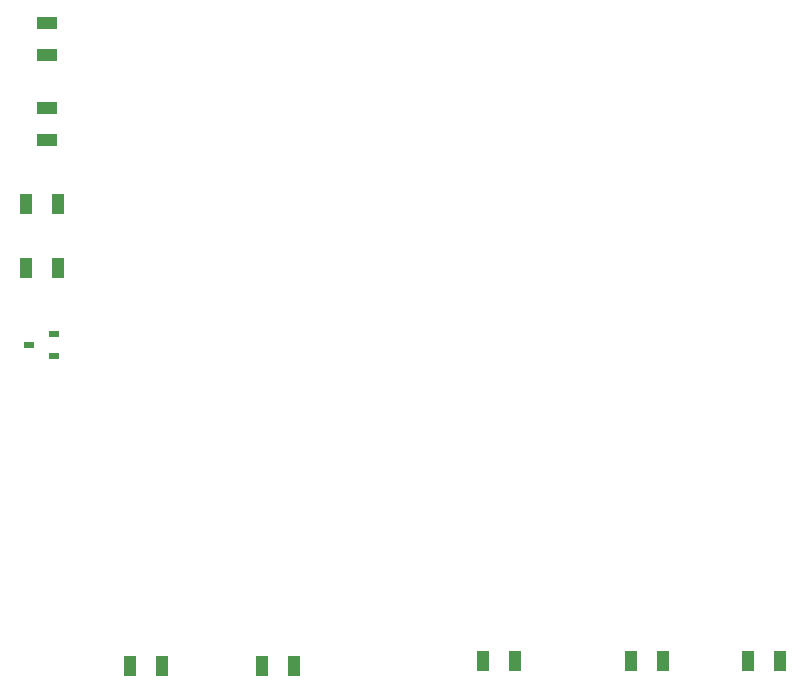
<source format=gtp>
G04*
G04 #@! TF.GenerationSoftware,Altium Limited,Altium Designer,21.0.9 (235)*
G04*
G04 Layer_Color=8421504*
%FSLAX44Y44*%
%MOMM*%
G71*
G04*
G04 #@! TF.SameCoordinates,23A475E3-534D-4AA9-8CFC-B78DB4E5A132*
G04*
G04*
G04 #@! TF.FilePolarity,Positive*
G04*
G01*
G75*
%ADD14R,1.8000X1.1000*%
%ADD15R,1.1000X1.8000*%
%ADD16R,0.8500X0.6000*%
D14*
X125730Y678650D02*
D03*
Y705650D02*
D03*
X125730Y778040D02*
D03*
Y751040D02*
D03*
D15*
X134320Y624783D02*
D03*
X107320D02*
D03*
Y570173D02*
D03*
X134320D02*
D03*
X746290Y237490D02*
D03*
X719290D02*
D03*
X647230D02*
D03*
X620230D02*
D03*
X223050Y233680D02*
D03*
X196050D02*
D03*
X521500Y237490D02*
D03*
X494500D02*
D03*
X334340Y233680D02*
D03*
X307340D02*
D03*
D16*
X109900Y505460D02*
D03*
X131400Y514960D02*
D03*
Y495960D02*
D03*
M02*

</source>
